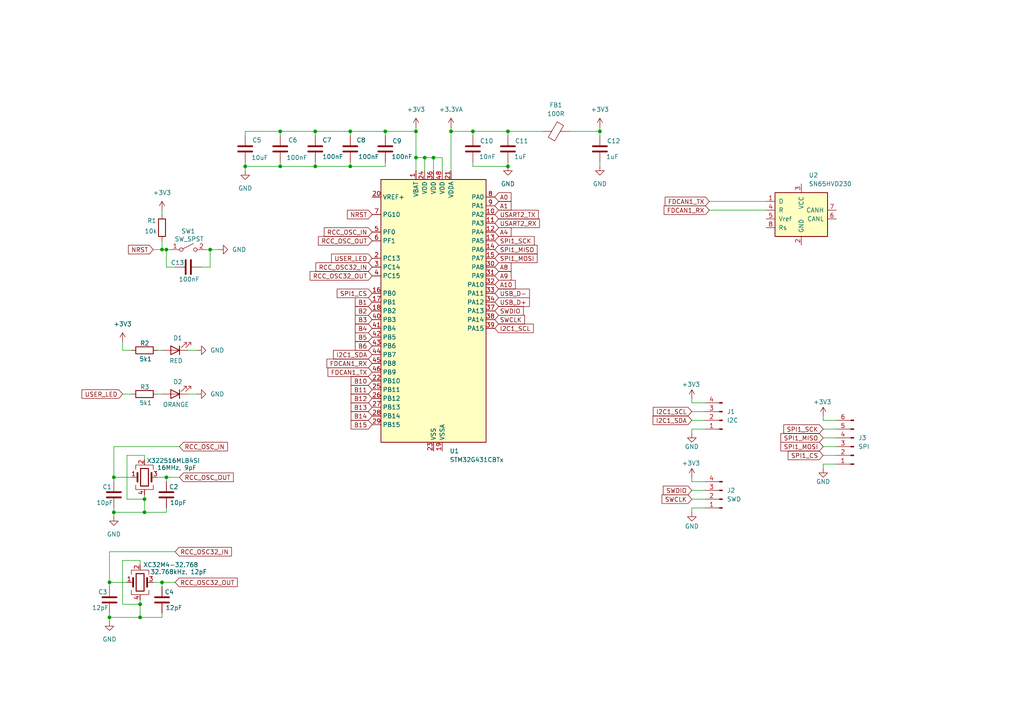
<source format=kicad_sch>
(kicad_sch (version 20250114) (generator "eeschema") (generator_version "9.0")
  (paper "A4")
  (title_block (title "STM32G431C8T6 Dev Module") (date "2025-04-10") (rev "V1.0") (company "Eggsacc"))
  (lib_symbols
    (symbol "Connector:Conn_01x04_Pin" (pin_names (offset 1.016) (hide yes))
      (property "Reference" "J" (at 0 5.08 0))
      (property "Value" "Conn_01x04_Pin" (at 0 -7.62 0))
      (symbol "Conn_01x04_Pin_1_1"
        (rectangle (start 0.8636 2.667) (end 0 2.413) (stroke (width 0.1524)) (fill (type outline)))
        (rectangle (start 0.8636 0.127) (end 0 -0.127) (stroke (width 0.1524)) (fill (type outline)))
        (rectangle (start 0.8636 -2.413) (end 0 -2.667) (stroke (width 0.1524)) (fill (type outline)))
        (rectangle (start 0.8636 -4.953) (end 0 -5.207) (stroke (width 0.1524)) (fill (type outline)))
        (polyline (pts (xy 1.27 2.54) (xy 0.8636 2.54)) (stroke (width 0.1524)))
        (polyline (pts (xy 1.27 0) (xy 0.8636 0)) (stroke (width 0.1524)))
        (polyline (pts (xy 1.27 -2.54) (xy 0.8636 -2.54)) (stroke (width 0.1524)))
        (polyline (pts (xy 1.27 -5.08) (xy 0.8636 -5.08)) (stroke (width 0.1524)))
        (pin passive line (at 5.08 2.54 180) (length 3.81) (name "Pin_1") (number "1"))
        (pin passive line (at 5.08 0 180) (length 3.81) (name "Pin_2") (number "2"))
        (pin passive line (at 5.08 -2.54 180) (length 3.81) (name "Pin_3") (number "3"))
        (pin passive line (at 5.08 -5.08 180) (length 3.81) (name "Pin_4") (number "4"))
      )
    )
    (symbol "Connector:Conn_01x06_Pin" (pin_names (offset 1.016) (hide yes))
      (property "Reference" "J" (at 0 7.62 0))
      (property "Value" "Conn_01x06_Pin" (at 0 -10.16 0))
      (symbol "Conn_01x06_Pin_1_1"
        (rectangle (start 0.8636 5.207) (end 0 4.953) (stroke (width 0.1524)) (fill (type outline)))
        (rectangle (start 0.8636 2.667) (end 0 2.413) (stroke (width 0.1524)) (fill (type outline)))
        (rectangle (start 0.8636 0.127) (end 0 -0.127) (stroke (width 0.1524)) (fill (type outline)))
        (rectangle (start 0.8636 -2.413) (end 0 -2.667) (stroke (width 0.1524)) (fill (type outline)))
        (rectangle (start 0.8636 -4.953) (end 0 -5.207) (stroke (width 0.1524)) (fill (type outline)))
        (rectangle (start 0.8636 -7.493) (end 0 -7.747) (stroke (width 0.1524)) (fill (type outline)))
        (polyline (pts (xy 1.27 5.08) (xy 0.8636 5.08)) (stroke (width 0.1524)))
        (polyline (pts (xy 1.27 2.54) (xy 0.8636 2.54)) (stroke (width 0.1524)))
        (polyline (pts (xy 1.27 0) (xy 0.8636 0)) (stroke (width 0.1524)))
        (polyline (pts (xy 1.27 -2.54) (xy 0.8636 -2.54)) (stroke (width 0.1524)))
        (polyline (pts (xy 1.27 -5.08) (xy 0.8636 -5.08)) (stroke (width 0.1524)))
        (polyline (pts (xy 1.27 -7.62) (xy 0.8636 -7.62)) (stroke (width 0.1524)))
        (pin passive line (at 5.08 5.08 180) (length 3.81) (name "Pin_1") (number "1"))
        (pin passive line (at 5.08 2.54 180) (length 3.81) (name "Pin_2") (number "2"))
        (pin passive line (at 5.08 0 180) (length 3.81) (name "Pin_3") (number "3"))
        (pin passive line (at 5.08 -2.54 180) (length 3.81) (name "Pin_4") (number "4"))
        (pin passive line (at 5.08 -5.08 180) (length 3.81) (name "Pin_5") (number "5"))
        (pin passive line (at 5.08 -7.62 180) (length 3.81) (name "Pin_6") (number "6"))
      )
    )
    (symbol "Device:C" (pin_numbers (hide yes)) (pin_names (offset 0.254))
      (property "Reference" "C" (at 0.635 2.54 0))
      (property "Value" "C" (at 0.635 -2.54 0))
      (symbol "C_0_1"
        (polyline (pts (xy -2.032 0.762) (xy 2.032 0.762)) (stroke (width 0.508)))
        (polyline (pts (xy -2.032 -0.762) (xy 2.032 -0.762)) (stroke (width 0.508)))
      )
      (symbol "C_1_1"
        (pin passive line (at 0 3.81 270) (length 2.794) (name "~") (number "1"))
        (pin passive line (at 0 -3.81 90) (length 2.794) (name "~") (number "2"))
      )
    )
    (symbol "Device:Crystal_GND24" (pin_names (offset 1.016) (hide yes))
      (property "Reference" "Y" (at 3.175 5.08 0))
      (property "Value" "Crystal_GND24" (at 3.175 3.175 0))
      (symbol "Crystal_GND24_0_1"
        (polyline (pts (xy -2.54 2.286) (xy -2.54 3.556) (xy 2.54 3.556) (xy 2.54 2.286)))
        (polyline (pts (xy -2.54 0) (xy -2.032 0)))
        (polyline (pts (xy -2.54 -2.286) (xy -2.54 -3.556) (xy 2.54 -3.556) (xy 2.54 -2.286)))
        (polyline (pts (xy -2.032 -1.27) (xy -2.032 1.27)) (stroke (width 0.508)))
        (rectangle (start -1.143 2.54) (end 1.143 -2.54) (stroke (width 0.3048)))
        (polyline (pts (xy 0 3.556) (xy 0 3.81)))
        (polyline (pts (xy 0 -3.81) (xy 0 -3.556)))
        (polyline (pts (xy 2.032 0) (xy 2.54 0)))
        (polyline (pts (xy 2.032 -1.27) (xy 2.032 1.27)) (stroke (width 0.508)))
      )
      (symbol "Crystal_GND24_1_1"
        (pin passive line (at -3.81 0 0) (length 1.27) (name "1") (number "1"))
        (pin passive line (at 0 5.08 270) (length 1.27) (name "2") (number "2"))
        (pin passive line (at 0 -5.08 90) (length 1.27) (name "4") (number "4"))
        (pin passive line (at 3.81 0 180) (length 1.27) (name "3") (number "3"))
      )
    )
    (symbol "Device:FerriteBead" (pin_numbers (hide yes)) (pin_names (offset 0))
      (property "Reference" "FB" (at -3.81 0.635 90))
      (property "Value" "FerriteBead" (at 3.81 0 90))
      (symbol "FerriteBead_0_1"
        (polyline (pts (xy -2.7686 0.4064) (xy -1.7018 2.2606) (xy 2.7686 -0.3048) (xy 1.6764 -2.159) (xy -2.7686 0.4064)))
        (polyline (pts (xy 0 1.27) (xy 0 1.2954)))
        (polyline (pts (xy 0 -1.27) (xy 0 -1.2192)))
      )
      (symbol "FerriteBead_1_1"
        (pin passive line (at 0 3.81 270) (length 2.54) (name "~") (number "1"))
        (pin passive line (at 0 -3.81 90) (length 2.54) (name "~") (number "2"))
      )
    )
    (symbol "Device:LED" (pin_numbers (hide yes)) (pin_names (offset 1.016) (hide yes))
      (property "Reference" "D" (at 0 2.54 0))
      (property "Value" "LED" (at 0 -2.54 0))
      (symbol "LED_0_1"
        (polyline (pts (xy -3.048 -0.762) (xy -4.572 -2.286) (xy -3.81 -2.286) (xy -4.572 -2.286) (xy -4.572 -1.524)))
        (polyline (pts (xy -1.778 -0.762) (xy -3.302 -2.286) (xy -2.54 -2.286) (xy -3.302 -2.286) (xy -3.302 -1.524)))
        (polyline (pts (xy -1.27 0) (xy 1.27 0)))
        (polyline (pts (xy -1.27 -1.27) (xy -1.27 1.27)) (stroke (width 0.254)))
        (polyline (pts (xy 1.27 -1.27) (xy 1.27 1.27) (xy -1.27 0) (xy 1.27 -1.27)) (stroke (width 0.254)))
      )
      (symbol "LED_1_1"
        (pin passive line (at -3.81 0 0) (length 2.54) (name "K") (number "1"))
        (pin passive line (at 3.81 0 180) (length 2.54) (name "A") (number "2"))
      )
    )
    (symbol "Device:R" (pin_numbers (hide yes)) (pin_names (offset 0))
      (property "Reference" "R" (at 2.032 0 90))
      (property "Value" "R" (at 0 0 90))
      (symbol "R_0_1"
        (rectangle (start -1.016 -2.54) (end 1.016 2.54) (stroke (width 0.254)))
      )
      (symbol "R_1_1"
        (pin passive line (at 0 3.81 270) (length 1.27) (name "~") (number "1"))
        (pin passive line (at 0 -3.81 90) (length 1.27) (name "~") (number "2"))
      )
    )
    (symbol "Interface_CAN_LIN:SN65HVD230" (pin_names (offset 1.016))
      (property "Reference" "U" (at -2.54 10.16 0))
      (property "Value" "SN65HVD230" (at -2.54 7.62 0))
      (symbol "SN65HVD230_0_1"
        (rectangle (start -7.62 5.08) (end 7.62 -7.62) (stroke (width 0.254)) (fill (type background)))
      )
      (symbol "SN65HVD230_1_1"
        (pin input line (at -10.16 2.54 0) (length 2.54) (name "D") (number "1"))
        (pin output line (at -10.16 0 0) (length 2.54) (name "R") (number "4"))
        (pin output line (at -10.16 -2.54 0) (length 2.54) (name "Vref") (number "5"))
        (pin input line (at -10.16 -5.08 0) (length 2.54) (name "Rs") (number "8"))
        (pin power_in line (at 0 7.62 270) (length 2.54) (name "VCC") (number "3"))
        (pin power_in line (at 0 -10.16 90) (length 2.54) (name "GND") (number "2"))
        (pin bidirectional line (at 10.16 0 180) (length 2.54) (name "CANH") (number "7"))
        (pin bidirectional line (at 10.16 -2.54 180) (length 2.54) (name "CANL") (number "6"))
      )
    )
    (symbol "MCU_ST_STM32G4:STM32G431C8Tx"
      (property "Reference" "U" (at -15.24 39.37 0))
      (property "Value" "STM32G431C8Tx" (at 7.62 39.37 0))
      (symbol "STM32G431C8Tx_0_1"
        (rectangle (start -15.24 -38.1) (end 15.24 38.1) (stroke (width 0.254)) (fill (type background)))
      )
      (symbol "STM32G431C8Tx_1_1"
        (pin input line (at -17.78 33.02 0) (length 2.54) (name "VREF+") (number "20"))
        (pin bidirectional line (at -17.78 27.94 0) (length 2.54) (name "PG10") (number "7"))
        (pin bidirectional line (at -17.78 22.86 0) (length 2.54) (name "PF0") (number "5"))
        (pin bidirectional line (at -17.78 20.32 0) (length 2.54) (name "PF1") (number "6"))
        (pin bidirectional line (at -17.78 15.24 0) (length 2.54) (name "PC13") (number "2"))
        (pin bidirectional line (at -17.78 12.7 0) (length 2.54) (name "PC14") (number "3"))
        (pin bidirectional line (at -17.78 10.16 0) (length 2.54) (name "PC15") (number "4"))
        (pin bidirectional line (at -17.78 5.08 0) (length 2.54) (name "PB0") (number "16"))
        (pin bidirectional line (at -17.78 2.54 0) (length 2.54) (name "PB1") (number "17"))
        (pin bidirectional line (at -17.78 0 0) (length 2.54) (name "PB2") (number "18"))
        (pin bidirectional line (at -17.78 -2.54 0) (length 2.54) (name "PB3") (number "40"))
        (pin bidirectional line (at -17.78 -5.08 0) (length 2.54) (name "PB4") (number "41"))
        (pin bidirectional line (at -17.78 -7.62 0) (length 2.54) (name "PB5") (number "42"))
        (pin bidirectional line (at -17.78 -10.16 0) (length 2.54) (name "PB6") (number "43"))
        (pin bidirectional line (at -17.78 -12.7 0) (length 2.54) (name "PB7") (number "44"))
        (pin bidirectional line (at -17.78 -15.24 0) (length 2.54) (name "PB8") (number "45"))
        (pin bidirectional line (at -17.78 -17.78 0) (length 2.54) (name "PB9") (number "46"))
        (pin bidirectional line (at -17.78 -20.32 0) (length 2.54) (name "PB10") (number "22"))
        (pin bidirectional line (at -17.78 -22.86 0) (length 2.54) (name "PB11") (number "25"))
        (pin bidirectional line (at -17.78 -25.4 0) (length 2.54) (name "PB12") (number "26"))
        (pin bidirectional line (at -17.78 -27.94 0) (length 2.54) (name "PB13") (number "27"))
        (pin bidirectional line (at -17.78 -30.48 0) (length 2.54) (name "PB14") (number "28"))
        (pin bidirectional line (at -17.78 -33.02 0) (length 2.54) (name "PB15") (number "29"))
        (pin power_in line (at -5.08 40.64 270) (length 2.54) (name "VBAT") (number "1"))
        (pin power_in line (at -2.54 40.64 270) (length 2.54) (name "VDD") (number "24"))
        (pin power_in line (at 0 40.64 270) (length 2.54) (name "VDD") (number "36"))
        (pin power_in line (at 0 -40.64 90) (length 2.54) (name "VSS") (number "23"))
        (pin passive line (at 0 -40.64 90) (length 2.54) (hide yes) (name "VSS") (number "35"))
        (pin passive line (at 0 -40.64 90) (length 2.54) (hide yes) (name "VSS") (number "47"))
        (pin power_in line (at 2.54 40.64 270) (length 2.54) (name "VDD") (number "48"))
        (pin power_in line (at 2.54 -40.64 90) (length 2.54) (name "VSSA") (number "19"))
        (pin power_in line (at 5.08 40.64 270) (length 2.54) (name "VDDA") (number "21"))
        (pin bidirectional line (at 17.78 33.02 180) (length 2.54) (name "PA0") (number "8"))
        (pin bidirectional line (at 17.78 30.48 180) (length 2.54) (name "PA1") (number "9"))
        (pin bidirectional line (at 17.78 27.94 180) (length 2.54) (name "PA2") (number "10"))
        (pin bidirectional line (at 17.78 25.4 180) (length 2.54) (name "PA3") (number "11"))
        (pin bidirectional line (at 17.78 22.86 180) (length 2.54) (name "PA4") (number "12"))
        (pin bidirectional line (at 17.78 20.32 180) (length 2.54) (name "PA5") (number "13"))
        (pin bidirectional line (at 17.78 17.78 180) (length 2.54) (name "PA6") (number "14"))
        (pin bidirectional line (at 17.78 15.24 180) (length 2.54) (name "PA7") (number "15"))
        (pin bidirectional line (at 17.78 12.7 180) (length 2.54) (name "PA8") (number "30"))
        (pin bidirectional line (at 17.78 10.16 180) (length 2.54) (name "PA9") (number "31"))
        (pin bidirectional line (at 17.78 7.62 180) (length 2.54) (name "PA10") (number "32"))
        (pin bidirectional line (at 17.78 5.08 180) (length 2.54) (name "PA11") (number "33"))
        (pin bidirectional line (at 17.78 2.54 180) (length 2.54) (name "PA12") (number "34"))
        (pin bidirectional line (at 17.78 0 180) (length 2.54) (name "PA13") (number "37"))
        (pin bidirectional line (at 17.78 -2.54 180) (length 2.54) (name "PA14") (number "38"))
        (pin bidirectional line (at 17.78 -5.08 180) (length 2.54) (name "PA15") (number "39"))
      )
    )
    (symbol "Switch:SW_SPST" (pin_names (offset 0) (hide yes))
      (property "Reference" "SW" (at 0 3.175 0))
      (property "Value" "SW_SPST" (at 0 -2.54 0))
      (symbol "SW_SPST_0_0"
        (circle (center -2.032 0) (radius 0.508))
        (polyline (pts (xy -1.524 0.254) (xy 1.524 1.778)))
        (circle (center 2.032 0) (radius 0.508))
      )
      (symbol "SW_SPST_1_1"
        (pin passive line (at -5.08 0 0) (length 2.54) (name "A") (number "1"))
        (pin passive line (at 5.08 0 180) (length 2.54) (name "B") (number "2"))
      )
    )
    (symbol "power:+3.3VA" (power) (pin_numbers (hide yes)) (pin_names (offset 0) (hide yes))
      (property "Value" "+3.3VA" (at 0 3.556 0))
      (symbol "+3.3VA_0_1"
        (polyline (pts (xy -0.762 1.27) (xy 0 2.54)))
        (polyline (pts (xy 0 2.54) (xy 0.762 1.27)))
        (polyline (pts (xy 0 0) (xy 0 2.54)))
      )
      (symbol "+3.3VA_1_1"
        (pin power_in line (at 0 0 90) (length 0) (name "~") (number "1"))
      )
    )
    (symbol "power:+3V3" (power) (pin_numbers (hide yes)) (pin_names (offset 0) (hide yes))
      (property "Value" "+3V3" (at 0 3.556 0))
      (symbol "+3V3_0_1"
        (polyline (pts (xy -0.762 1.27) (xy 0 2.54)))
        (polyline (pts (xy 0 2.54) (xy 0.762 1.27)))
        (polyline (pts (xy 0 0) (xy 0 2.54)))
      )
      (symbol "+3V3_1_1"
        (pin power_in line (at 0 0 90) (length 0) (name "~") (number "1"))
      )
    )
    (symbol "power:GND" (power) (pin_numbers (hide yes)) (pin_names (offset 0) (hide yes))
      (property "Value" "GND" (at 0 -3.81 0))
      (symbol "GND_0_1"
        (polyline (pts (xy 0 0) (xy 0 -1.27) (xy 1.27 -1.27) (xy 0 -2.54) (xy -1.27 -1.27) (xy 0 -1.27)))
      )
      (symbol "GND_1_1"
        (pin power_in line (at 0 0 270) (length 0) (name "~") (number "1"))
      )
    )
  )
  (junction (at 147.32 38.1))
  (junction (at 31.75 168.91))
  (junction (at 130.81 38.1))
  (junction (at 71.12 48.26))
  (junction (at 46.99 72.39))
  (junction (at 60.96 72.39))
  (junction (at 33.02 148.59))
  (junction (at 41.91 148.59))
  (junction (at 81.28 38.1))
  (junction (at 120.65 45.72))
  (junction (at 123.19 45.72))
  (junction (at 173.99 38.1))
  (junction (at 120.65 38.1))
  (junction (at 137.16 38.1))
  (junction (at 147.32 48.26))
  (junction (at 40.64 175.26))
  (junction (at 81.28 48.26))
  (junction (at 31.75 179.07))
  (junction (at 48.26 72.39))
  (junction (at 33.02 138.43))
  (junction (at 91.44 48.26))
  (junction (at 101.6 48.26))
  (junction (at 91.44 38.1))
  (junction (at 46.99 168.91))
  (junction (at 125.73 45.72))
  (junction (at 111.76 38.1))
  (junction (at 40.64 179.07))
  (junction (at 101.6 38.1))
  (junction (at 41.91 144.78))
  (junction (at 48.26 138.43))
  (wire (pts (xy 81.28 38.1) (xy 81.28 39.37)))
  (wire (pts (xy 41.91 144.78) (xy 41.91 148.59)))
  (wire (pts (xy 238.76 121.92) (xy 242.57 121.92)))
  (wire (pts (xy 46.99 179.07) (xy 40.64 179.07)))
  (wire (pts (xy 48.26 148.59) (xy 41.91 148.59)))
  (wire (pts (xy 200.66 115.57) (xy 200.66 116.84)))
  (wire (pts (xy 41.91 133.35) (xy 41.91 132.08)))
  (wire (pts (xy 50.8 160.02) (xy 31.75 160.02)))
  (wire (pts (xy 200.66 121.92) (xy 204.47 121.92)))
  (wire (pts (xy 200.66 116.84) (xy 204.47 116.84)))
  (wire (pts (xy 33.02 138.43) (xy 33.02 139.7)))
  (wire (pts (xy 238.76 132.08) (xy 242.57 132.08)))
  (wire (pts (xy 111.76 38.1) (xy 120.65 38.1)))
  (wire (pts (xy 45.72 114.3) (xy 46.99 114.3)))
  (wire (pts (xy 147.32 46.99) (xy 147.32 48.26)))
  (wire (pts (xy 137.16 46.99) (xy 137.16 48.26)))
  (wire (pts (xy 54.61 114.3) (xy 57.15 114.3)))
  (wire (pts (xy 81.28 38.1) (xy 91.44 38.1)))
  (wire (pts (xy 46.99 168.91) (xy 50.8 168.91)))
  (wire (pts (xy 46.99 60.96) (xy 46.99 62.23)))
  (wire (pts (xy 204.47 147.32) (xy 200.66 147.32)))
  (wire (pts (xy 45.72 101.6) (xy 46.99 101.6)))
  (wire (pts (xy 35.56 175.26) (xy 40.64 175.26)))
  (wire (pts (xy 101.6 38.1) (xy 101.6 39.37)))
  (wire (pts (xy 71.12 38.1) (xy 81.28 38.1)))
  (wire (pts (xy 111.76 48.26) (xy 101.6 48.26)))
  (wire (pts (xy 40.64 162.56) (xy 35.56 162.56)))
  (wire (pts (xy 123.19 45.72) (xy 123.19 49.53)))
  (wire (pts (xy 125.73 45.72) (xy 125.73 49.53)))
  (wire (pts (xy 130.81 38.1) (xy 137.16 38.1)))
  (wire (pts (xy 120.65 36.83) (xy 120.65 38.1)))
  (wire (pts (xy 137.16 38.1) (xy 147.32 38.1)))
  (wire (pts (xy 81.28 46.99) (xy 81.28 48.26)))
  (wire (pts (xy 48.26 77.47) (xy 50.8 77.47)))
  (wire (pts (xy 204.47 124.46) (xy 200.66 124.46)))
  (wire (pts (xy 111.76 38.1) (xy 111.76 39.37)))
  (wire (pts (xy 48.26 72.39) (xy 49.53 72.39)))
  (wire (pts (xy 46.99 168.91) (xy 46.99 170.18)))
  (wire (pts (xy 60.96 72.39) (xy 60.96 77.47)))
  (wire (pts (xy 101.6 48.26) (xy 91.44 48.26)))
  (wire (pts (xy 200.66 142.24) (xy 204.47 142.24)))
  (wire (pts (xy 48.26 72.39) (xy 48.26 77.47)))
  (wire (pts (xy 38.1 138.43) (xy 33.02 138.43)))
  (wire (pts (xy 41.91 148.59) (xy 33.02 148.59)))
  (wire (pts (xy 35.56 101.6) (xy 38.1 101.6)))
  (wire (pts (xy 33.02 129.54) (xy 33.02 138.43)))
  (wire (pts (xy 81.28 48.26) (xy 71.12 48.26)))
  (wire (pts (xy 238.76 134.62) (xy 238.76 135.89)))
  (wire (pts (xy 147.32 38.1) (xy 147.32 39.37)))
  (wire (pts (xy 33.02 147.32) (xy 33.02 148.59)))
  (wire (pts (xy 238.76 127) (xy 242.57 127)))
  (wire (pts (xy 46.99 69.85) (xy 46.99 72.39)))
  (wire (pts (xy 31.75 177.8) (xy 31.75 179.07)))
  (wire (pts (xy 71.12 48.26) (xy 71.12 49.53)))
  (wire (pts (xy 52.07 129.54) (xy 33.02 129.54)))
  (wire (pts (xy 128.27 45.72) (xy 125.73 45.72)))
  (wire (pts (xy 31.75 168.91) (xy 31.75 170.18)))
  (wire (pts (xy 205.74 58.42) (xy 222.25 58.42)))
  (wire (pts (xy 46.99 177.8) (xy 46.99 179.07)))
  (wire (pts (xy 173.99 36.83) (xy 173.99 38.1)))
  (wire (pts (xy 137.16 38.1) (xy 137.16 39.37)))
  (wire (pts (xy 128.27 49.53) (xy 128.27 45.72)))
  (wire (pts (xy 36.83 132.08) (xy 36.83 144.78)))
  (wire (pts (xy 44.45 168.91) (xy 46.99 168.91)))
  (wire (pts (xy 120.65 38.1) (xy 120.65 45.72)))
  (wire (pts (xy 173.99 38.1) (xy 173.99 39.37)))
  (wire (pts (xy 71.12 39.37) (xy 71.12 38.1)))
  (wire (pts (xy 123.19 45.72) (xy 120.65 45.72)))
  (wire (pts (xy 35.56 162.56) (xy 35.56 175.26)))
  (wire (pts (xy 31.75 179.07) (xy 31.75 180.34)))
  (wire (pts (xy 31.75 160.02) (xy 31.75 168.91)))
  (wire (pts (xy 41.91 132.08) (xy 36.83 132.08)))
  (wire (pts (xy 130.81 36.83) (xy 130.81 38.1)))
  (wire (pts (xy 120.65 45.72) (xy 120.65 49.53)))
  (wire (pts (xy 173.99 46.99) (xy 173.99 48.26)))
  (wire (pts (xy 40.64 175.26) (xy 40.64 179.07)))
  (wire (pts (xy 91.44 48.26) (xy 81.28 48.26)))
  (wire (pts (xy 200.66 119.38) (xy 204.47 119.38)))
  (wire (pts (xy 40.64 179.07) (xy 31.75 179.07)))
  (wire (pts (xy 238.76 120.65) (xy 238.76 121.92)))
  (wire (pts (xy 91.44 46.99) (xy 91.44 48.26)))
  (wire (pts (xy 41.91 143.51) (xy 41.91 144.78)))
  (wire (pts (xy 238.76 129.54) (xy 242.57 129.54)))
  (wire (pts (xy 130.81 38.1) (xy 130.81 49.53)))
  (wire (pts (xy 101.6 38.1) (xy 111.76 38.1)))
  (wire (pts (xy 200.66 144.78) (xy 204.47 144.78)))
  (wire (pts (xy 35.56 99.06) (xy 35.56 101.6)))
  (wire (pts (xy 45.72 138.43) (xy 48.26 138.43)))
  (wire (pts (xy 48.26 138.43) (xy 48.26 139.7)))
  (wire (pts (xy 71.12 48.26) (xy 71.12 46.99)))
  (wire (pts (xy 35.56 114.3) (xy 38.1 114.3)))
  (wire (pts (xy 48.26 147.32) (xy 48.26 148.59)))
  (wire (pts (xy 59.69 72.39) (xy 60.96 72.39)))
  (wire (pts (xy 91.44 38.1) (xy 101.6 38.1)))
  (wire (pts (xy 200.66 138.43) (xy 200.66 139.7)))
  (wire (pts (xy 44.45 72.39) (xy 46.99 72.39)))
  (wire (pts (xy 33.02 148.59) (xy 33.02 149.86)))
  (wire (pts (xy 200.66 124.46) (xy 200.66 125.73)))
  (wire (pts (xy 200.66 139.7) (xy 204.47 139.7)))
  (wire (pts (xy 137.16 48.26) (xy 147.32 48.26)))
  (wire (pts (xy 101.6 46.99) (xy 101.6 48.26)))
  (wire (pts (xy 238.76 124.46) (xy 242.57 124.46)))
  (wire (pts (xy 205.74 60.96) (xy 222.25 60.96)))
  (wire (pts (xy 173.99 38.1) (xy 165.1 38.1)))
  (wire (pts (xy 125.73 45.72) (xy 123.19 45.72)))
  (wire (pts (xy 91.44 38.1) (xy 91.44 39.37)))
  (wire (pts (xy 40.64 173.99) (xy 40.64 175.26)))
  (wire (pts (xy 54.61 101.6) (xy 57.15 101.6)))
  (wire (pts (xy 200.66 147.32) (xy 200.66 148.59)))
  (wire (pts (xy 111.76 46.99) (xy 111.76 48.26)))
  (wire (pts (xy 40.64 163.83) (xy 40.64 162.56)))
  (wire (pts (xy 36.83 168.91) (xy 31.75 168.91)))
  (wire (pts (xy 58.42 77.47) (xy 60.96 77.47)))
  (wire (pts (xy 60.96 72.39) (xy 63.5 72.39)))
  (wire (pts (xy 48.26 138.43) (xy 52.07 138.43)))
  (wire (pts (xy 36.83 144.78) (xy 41.91 144.78)))
  (wire (pts (xy 48.26 72.39) (xy 46.99 72.39)))
  (wire (pts (xy 242.57 134.62) (xy 238.76 134.62)))
  (wire (pts (xy 147.32 38.1) (xy 157.48 38.1)))
  (global_label "B3" (shape input) (at 107.95 92.71 180) (property "Intersheetrefs" "${INTERSHEET_REFS}" (effects (hide yes))))
  (global_label "B15" (shape input) (at 107.95 123.19 180) (property "Intersheetrefs" "${INTERSHEET_REFS}" (effects (hide yes))))
  (global_label "SPI1_SCK" (shape input) (at 143.51 69.85 0) (property "Intersheetrefs" "${INTERSHEET_REFS}" (effects (hide yes))))
  (global_label "SPI1_CS" (shape input) (at 107.95 85.09 180) (property "Intersheetrefs" "${INTERSHEET_REFS}" (effects (hide yes))))
  (global_label "USER_LED" (shape input) (at 35.56 114.3 180) (property "Intersheetrefs" "${INTERSHEET_REFS}" (effects (hide yes))))
  (global_label "B4" (shape input) (at 107.95 95.25 180) (property "Intersheetrefs" "${INTERSHEET_REFS}" (effects (hide yes))))
  (global_label "USART2_TX" (shape input) (at 143.51 62.23 0) (property "Intersheetrefs" "${INTERSHEET_REFS}" (effects (hide yes))))
  (global_label "USART2_RX" (shape input) (at 143.51 64.77 0) (property "Intersheetrefs" "${INTERSHEET_REFS}" (effects (hide yes))))
  (global_label "FDCAN1_TX" (shape input) (at 107.95 107.95 180) (property "Intersheetrefs" "${INTERSHEET_REFS}" (effects (hide yes))))
  (global_label "I2C1_SDA" (shape input) (at 107.95 102.87 180) (property "Intersheetrefs" "${INTERSHEET_REFS}" (effects (hide yes))))
  (global_label "USER_LED" (shape input) (at 107.95 74.93 180) (property "Intersheetrefs" "${INTERSHEET_REFS}" (effects (hide yes))))
  (global_label "B12" (shape input) (at 107.95 115.57 180) (property "Intersheetrefs" "${INTERSHEET_REFS}" (effects (hide yes))))
  (global_label "SWCLK" (shape input) (at 200.66 144.78 180) (property "Intersheetrefs" "${INTERSHEET_REFS}" (effects (hide yes))))
  (global_label "USB_D-" (shape input) (at 143.51 85.09 0) (property "Intersheetrefs" "${INTERSHEET_REFS}" (effects (hide yes))))
  (global_label "B1" (shape input) (at 107.95 87.63 180) (property "Intersheetrefs" "${INTERSHEET_REFS}" (effects (hide yes))))
  (global_label "SWDIO" (shape input) (at 143.51 90.17 0) (property "Intersheetrefs" "${INTERSHEET_REFS}" (effects (hide yes))))
  (global_label "B13" (shape input) (at 107.95 118.11 180) (property "Intersheetrefs" "${INTERSHEET_REFS}" (effects (hide yes))))
  (global_label "B11" (shape input) (at 107.95 113.03 180) (property "Intersheetrefs" "${INTERSHEET_REFS}" (effects (hide yes))))
  (global_label "A0" (shape input) (at 143.51 57.15 0) (property "Intersheetrefs" "${INTERSHEET_REFS}" (effects (hide yes))))
  (global_label "SPI1_MISO" (shape input) (at 238.76 127 180) (property "Intersheetrefs" "${INTERSHEET_REFS}" (effects (hide yes))))
  (global_label "RCC_OSC32_OUT" (shape input) (at 107.95 80.01 180) (property "Intersheetrefs" "${INTERSHEET_REFS}" (effects (hide yes))))
  (global_label "FDCAN1_RX" (shape input) (at 107.95 105.41 180) (property "Intersheetrefs" "${INTERSHEET_REFS}" (effects (hide yes))))
  (global_label "RCC_OSC_IN" (shape input) (at 52.07 129.54 0) (property "Intersheetrefs" "${INTERSHEET_REFS}" (effects (hide yes))))
  (global_label "B6" (shape input) (at 107.95 100.33 180) (property "Intersheetrefs" "${INTERSHEET_REFS}" (effects (hide yes))))
  (global_label "RCC_OSC_OUT" (shape input) (at 52.07 138.43 0) (property "Intersheetrefs" "${INTERSHEET_REFS}" (effects (hide yes))))
  (global_label "NRST" (shape input) (at 107.95 62.23 180) (property "Intersheetrefs" "${INTERSHEET_REFS}" (effects (hide yes))))
  (global_label "I2C1_SCL" (shape input) (at 143.51 95.25 0) (property "Intersheetrefs" "${INTERSHEET_REFS}" (effects (hide yes))))
  (global_label "RCC_OSC32_IN" (shape input) (at 107.95 77.47 180) (property "Intersheetrefs" "${INTERSHEET_REFS}" (effects (hide yes))))
  (global_label "SPI1_MISO" (shape input) (at 143.51 72.39 0) (property "Intersheetrefs" "${INTERSHEET_REFS}" (effects (hide yes))))
  (global_label "RCC_OSC32_OUT" (shape input) (at 50.8 168.91 0) (property "Intersheetrefs" "${INTERSHEET_REFS}" (effects (hide yes))))
  (global_label "SPI1_CS" (shape input) (at 238.76 132.08 180) (property "Intersheetrefs" "${INTERSHEET_REFS}" (effects (hide yes))))
  (global_label "A10" (shape input) (at 143.51 82.55 0) (property "Intersheetrefs" "${INTERSHEET_REFS}" (effects (hide yes))))
  (global_label "A8" (shape input) (at 143.51 77.47 0) (property "Intersheetrefs" "${INTERSHEET_REFS}" (effects (hide yes))))
  (global_label "A9" (shape input) (at 143.51 80.01 0) (property "Intersheetrefs" "${INTERSHEET_REFS}" (effects (hide yes))))
  (global_label "I2C1_SCL" (shape input) (at 200.66 119.38 180) (property "Intersheetrefs" "${INTERSHEET_REFS}" (effects (hide yes))))
  (global_label "B2" (shape input) (at 107.95 90.17 180) (property "Intersheetrefs" "${INTERSHEET_REFS}" (effects (hide yes))))
  (global_label "USB_D+" (shape input) (at 143.51 87.63 0) (property "Intersheetrefs" "${INTERSHEET_REFS}" (effects (hide yes))))
  (global_label "A1" (shape input) (at 143.51 59.69 0) (property "Intersheetrefs" "${INTERSHEET_REFS}" (effects (hide yes))))
  (global_label "SPI1_MOSI" (shape input) (at 238.76 129.54 180) (property "Intersheetrefs" "${INTERSHEET_REFS}" (effects (hide yes))))
  (global_label "RCC_OSC_IN" (shape input) (at 107.95 67.31 180) (property "Intersheetrefs" "${INTERSHEET_REFS}" (effects (hide yes))))
  (global_label "B10" (shape input) (at 107.95 110.49 180) (property "Intersheetrefs" "${INTERSHEET_REFS}" (effects (hide yes))))
  (global_label "B14" (shape input) (at 107.95 120.65 180) (property "Intersheetrefs" "${INTERSHEET_REFS}" (effects (hide yes))))
  (global_label "FDCAN1_TX" (shape input) (at 205.74 58.42 180) (property "Intersheetrefs" "${INTERSHEET_REFS}" (effects (hide yes))))
  (global_label "B5" (shape input) (at 107.95 97.79 180) (property "Intersheetrefs" "${INTERSHEET_REFS}" (effects (hide yes))))
  (global_label "FDCAN1_RX" (shape input) (at 205.74 60.96 180) (property "Intersheetrefs" "${INTERSHEET_REFS}" (effects (hide yes))))
  (global_label "SWDIO" (shape input) (at 200.66 142.24 180) (property "Intersheetrefs" "${INTERSHEET_REFS}" (effects (hide yes))))
  (global_label "SWCLK" (shape input) (at 143.51 92.71 0) (property "Intersheetrefs" "${INTERSHEET_REFS}" (effects (hide yes))))
  (global_label "NRST" (shape input) (at 44.45 72.39 180) (property "Intersheetrefs" "${INTERSHEET_REFS}" (effects (hide yes))))
  (global_label "RCC_OSC32_IN" (shape input) (at 50.8 160.02 0) (property "Intersheetrefs" "${INTERSHEET_REFS}" (effects (hide yes))))
  (global_label "I2C1_SDA" (shape input) (at 200.66 121.92 180) (property "Intersheetrefs" "${INTERSHEET_REFS}" (effects (hide yes))))
  (global_label "SPI1_MOSI" (shape input) (at 143.51 74.93 0) (property "Intersheetrefs" "${INTERSHEET_REFS}" (effects (hide yes))))
  (global_label "SPI1_SCK" (shape input) (at 238.76 124.46 180) (property "Intersheetrefs" "${INTERSHEET_REFS}" (effects (hide yes))))
  (global_label "A4" (shape input) (at 143.51 67.31 0) (property "Intersheetrefs" "${INTERSHEET_REFS}" (effects (hide yes))))
  (global_label "RCC_OSC_OUT" (shape input) (at 107.95 69.85 180) (property "Intersheetrefs" "${INTERSHEET_REFS}" (effects (hide yes))))
  (symbol (lib_id "power:GND") (at 238.76 135.89 0) (unit 1)
    (property "Reference" "#PWR020" (effects (hide yes)))
    (property "Value" "GND" (at 240.792 139.7 0) (effects (justify right)))
    (property "Description" "Power symbol creates a global label with name \"GND\" , ground" (effects (hide yes)))
  )
  (symbol (lib_id "power:GND") (at 147.32 48.26 0) (unit 1)
    (property "Reference" "#PWR08" (effects (hide yes)))
    (property "Value" "GND" (at 147.32 53.34 0))
    (property "Description" "Power symbol creates a global label with name \"GND\" , ground" (effects (hide yes)))
  )
  (symbol (lib_id "power:+3.3VA") (at 130.81 36.83 0) (unit 1)
    (property "Reference" "#PWR05" (effects (hide yes)))
    (property "Value" "+3.3VA" (at 130.81 31.75 0))
    (property "Description" "Power symbol creates a global label with name \"+3.3VA\"" (effects (hide yes)))
  )
  (symbol (lib_id "Switch:SW_SPST") (at 54.61 72.39 0) (unit 1)
    (property "Reference" "SW1" (at 54.61 67.056 0))
    (property "Value" "SW_SPST" (at 54.864 69.342 0))
    (property "Description" "Single Pole Single Throw (SPST) switch" (effects (hide yes)))
  )
  (symbol (lib_id "Device:C") (at 147.32 43.18 0) (unit 1)
    (property "Reference" "C11" (at 149.352 40.894 0) (effects (justify left)))
    (property "Value" "1uF" (at 149.098 45.466 0) (effects (justify left)))
    (property "Description" "Unpolarized capacitor" (effects (hide yes)))
  )
  (symbol (lib_id "power:GND") (at 57.15 101.6 90) (unit 1)
    (property "Reference" "#PWR011" (effects (hide yes)))
    (property "Value" "GND" (at 60.96 101.5999 90) (effects (justify right)))
    (property "Description" "Power symbol creates a global label with name \"GND\" , ground" (effects (hide yes)))
  )
  (symbol (lib_id "Device:C") (at 46.99 173.99 0) (unit 1)
    (property "Reference" "C4" (at 47.752 171.704 0) (effects (justify left)))
    (property "Value" "12pF" (at 48.006 176.276 0) (effects (justify left)))
    (property "Description" "Unpolarized capacitor" (effects (hide yes)))
  )
  (symbol (lib_id "Device:C") (at 91.44 43.18 0) (unit 1)
    (property "Reference" "C7" (at 93.472 40.64 0) (effects (justify left)))
    (property "Value" "100nF" (at 93.472 45.466 0) (effects (justify left)))
    (property "Description" "Unpolarized capacitor" (effects (hide yes)))
  )
  (symbol (lib_id "power:GND") (at 200.66 148.59 0) (unit 1)
    (property "Reference" "#PWR017" (effects (hide yes)))
    (property "Value" "GND" (at 200.66 152.654 0))
    (property "Description" "Power symbol creates a global label with name \"GND\" , ground" (effects (hide yes)))
  )
  (symbol (lib_id "Device:LED") (at 50.8 101.6 180) (unit 1)
    (property "Reference" "D1" (at 51.562 98.044 0))
    (property "Value" "RED" (at 51.054 104.648 0))
    (property "Description" "Light emitting diode" (effects (hide yes)))
    (property "Sim.Pins" "1=K 2=A" (effects (hide yes)))
  )
  (symbol (lib_id "Device:C") (at 71.12 43.18 0) (unit 1)
    (property "Reference" "C5" (at 73.152 40.64 0) (effects (justify left)))
    (property "Value" "10uF" (at 72.898 45.72 0) (effects (justify left)))
    (property "Description" "Unpolarized capacitor" (effects (hide yes)))
  )
  (symbol (lib_id "power:+3V3") (at 200.66 115.57 0) (unit 1)
    (property "Reference" "#PWR018" (effects (hide yes)))
    (property "Value" "+3V3" (at 200.406 111.506 0))
    (property "Description" "Power symbol creates a global label with name \"+3V3\"" (effects (hide yes)))
  )
  (symbol (lib_id "power:GND") (at 63.5 72.39 90) (unit 1)
    (property "Reference" "#PWR09" (effects (hide yes)))
    (property "Value" "GND" (at 67.31 72.3899 90) (effects (justify right)))
    (property "Description" "Power symbol creates a global label with name \"GND\" , ground" (effects (hide yes)))
  )
  (symbol (lib_id "Device:C") (at 111.76 43.18 0) (unit 1)
    (property "Reference" "C9" (at 113.792 40.894 0) (effects (justify left)))
    (property "Value" "100nF" (at 113.538 45.466 0) (effects (justify left)))
    (property "Description" "Unpolarized capacitor" (effects (hide yes)))
  )
  (symbol (lib_id "Interface_CAN_LIN:SN65HVD230") (at 232.41 60.96 0) (unit 1)
    (property "Reference" "U2" (at 234.5533 50.8 0) (effects (justify left)))
    (property "Value" "SN65HVD230" (at 234.5533 53.34 0) (effects (justify left)))
    (property "Footprint" "Package_SO:SOIC-8_3.9x4.9mm_P1.27mm" (effects (hide yes)))
    (property "Datasheet" "http://www.ti.com/lit/ds/symlink/sn65hvd230.pdf" (effects (hide yes)))
    (property "Description" "CAN Bus Transceivers, 3.3V, 1Mbps, Low-Power capabilities, SOIC-8" (effects (hide yes)))
  )
  (symbol (lib_id "Device:Crystal_GND24") (at 41.91 138.43 0) (unit 1)
    (property "Reference" "X322516MLB4SI" (at 50.292 133.604 0))
    (property "Value" "16MHz, 9pF" (at 51.308 135.636 0))
    (property "Description" "Four pin crystal, GND on pins 2 and 4" (effects (hide yes)))
  )
  (symbol (lib_id "power:+3V3") (at 120.65 36.83 0) (unit 1)
    (property "Reference" "#PWR04" (effects (hide yes)))
    (property "Value" "+3V3" (at 120.65 31.75 0))
    (property "Description" "Power symbol creates a global label with name \"+3V3\"" (effects (hide yes)))
  )
  (symbol (lib_id "power:+3V3") (at 238.76 120.65 0) (unit 1)
    (property "Reference" "#PWR019" (effects (hide yes)))
    (property "Value" "+3V3" (at 238.506 116.586 0))
    (property "Description" "Power symbol creates a global label with name \"+3V3\"" (effects (hide yes)))
  )
  (symbol (lib_id "Device:C") (at 33.02 143.51 0) (unit 1)
    (property "Reference" "C1" (at 29.718 141.224 0) (effects (justify left)))
    (property "Value" "10pF" (at 27.94 145.796 0) (effects (justify left)))
    (property "Description" "Unpolarized capacitor" (effects (hide yes)))
  )
  (symbol (lib_id "Device:FerriteBead") (at 161.29 38.1 90) (unit 1)
    (property "Reference" "FB1" (at 161.2392 30.48 90))
    (property "Value" "100R" (at 161.2392 33.02 90))
    (property "Description" "Ferrite bead" (effects (hide yes)))
  )
  (symbol (lib_id "Connector:Conn_01x06_Pin") (at 247.65 129.54 180) (unit 1)
    (property "Reference" "J3" (at 248.92 126.9999 0) (effects (justify right)))
    (property "Value" "SPI" (at 248.92 129.5399 0) (effects (justify right)))
    (property "Description" "Generic connector, single row, 01x06, script generated" (effects (hide yes)))
  )
  (symbol (lib_id "Device:C") (at 81.28 43.18 0) (unit 1)
    (property "Reference" "C6" (at 83.566 40.64 0) (effects (justify left)))
    (property "Value" "100nF" (at 83.058 45.72 0) (effects (justify left)))
    (property "Description" "Unpolarized capacitor" (effects (hide yes)))
  )
  (symbol (lib_id "Device:C") (at 101.6 43.18 0) (unit 1)
    (property "Reference" "C8" (at 103.378 40.64 0) (effects (justify left)))
    (property "Value" "100nF" (at 103.886 45.466 0) (effects (justify left)))
    (property "Description" "Unpolarized capacitor" (effects (hide yes)))
  )
  (symbol (lib_id "Device:C") (at 173.99 43.18 0) (unit 1)
    (property "Reference" "C12" (at 176.022 40.894 0) (effects (justify left)))
    (property "Value" "1uF" (at 175.768 45.466 0) (effects (justify left)))
    (property "Description" "Unpolarized capacitor" (effects (hide yes)))
  )
  (symbol (lib_id "power:GND") (at 200.66 125.73 0) (unit 1)
    (property "Reference" "#PWR015" (effects (hide yes)))
    (property "Value" "GND" (at 202.692 129.54 0) (effects (justify right)))
    (property "Description" "Power symbol creates a global label with name \"GND\" , ground" (effects (hide yes)))
  )
  (symbol (lib_id "Device:R") (at 46.99 66.04 0) (unit 1)
    (property "Reference" "R1" (at 42.672 64.008 0) (effects (justify left)))
    (property "Value" "10k" (at 41.91 67.056 0) (effects (justify left)))
    (property "Description" "Resistor" (effects (hide yes)))
  )
  (symbol (lib_id "Device:LED") (at 50.8 114.3 180) (unit 1)
    (property "Reference" "D2" (at 51.562 110.744 0))
    (property "Value" "ORANGE" (at 51.054 117.348 0))
    (property "Description" "Light emitting diode" (effects (hide yes)))
    (property "Sim.Pins" "1=K 2=A" (effects (hide yes)))
  )
  (symbol (lib_id "Device:C") (at 48.26 143.51 0) (unit 1)
    (property "Reference" "C2" (at 49.022 141.224 0) (effects (justify left)))
    (property "Value" "10pF" (at 49.276 145.796 0) (effects (justify left)))
    (property "Description" "Unpolarized capacitor" (effects (hide yes)))
  )
  (symbol (lib_id "Device:R") (at 41.91 101.6 270) (unit 1)
    (property "Reference" "R2" (at 40.64 99.568 90) (effects (justify left)))
    (property "Value" "5k1" (at 40.386 104.14 90) (effects (justify left)))
    (property "Description" "Resistor" (effects (hide yes)))
  )
  (symbol (lib_id "Device:R") (at 41.91 114.3 270) (unit 1)
    (property "Reference" "R3" (at 40.64 112.268 90) (effects (justify left)))
    (property "Value" "5k1" (at 40.386 116.84 90) (effects (justify left)))
    (property "Description" "Resistor" (effects (hide yes)))
  )
  (symbol (lib_id "power:GND") (at 173.99 48.26 0) (unit 1)
    (property "Reference" "#PWR07" (effects (hide yes)))
    (property "Value" "GND" (at 173.99 53.34 0))
    (property "Description" "Power symbol creates a global label with name \"GND\" , ground" (effects (hide yes)))
  )
  (symbol (lib_id "MCU_ST_STM32G4:STM32G431C8Tx") (at 125.73 90.17 0) (unit 1)
    (property "Reference" "U1" (at 130.4133 130.81 0) (effects (justify left)))
    (property "Value" "STM32G431CBTx" (at 130.4133 133.35 0) (effects (justify left)))
    (property "Footprint" "Package_QFP:LQFP-48_7x7mm_P0.5mm" (effects (hide yes)))
    (property "Datasheet" "https://www.st.com/resource/en/datasheet/stm32g431c8.pdf" (effects (hide yes)))
    (property "Description" "STMicroelectronics Arm Cortex-M4 MCU, 64KB flash, 32KB RAM, 170 MHz, 1.71-3.6V, 38 GPIO, LQFP48" (effects (hide yes)))
  )
  (symbol (lib_id "Device:Crystal_GND24") (at 40.64 168.91 0) (unit 1)
    (property "Reference" "XC32M4-32.768" (at 49.53 163.83 0))
    (property "Value" "32.768kHz, 12pF" (at 51.816 165.862 0))
    (property "Description" "Four pin crystal, GND on pins 2 and 4" (effects (hide yes)))
  )
  (symbol (lib_id "power:+3V3") (at 173.99 36.83 0) (unit 1)
    (property "Reference" "#PWR06" (effects (hide yes)))
    (property "Value" "+3V3" (at 173.99 31.75 0))
    (property "Description" "Power symbol creates a global label with name \"+3V3\"" (effects (hide yes)))
  )
  (symbol (lib_id "Connector:Conn_01x04_Pin") (at 209.55 144.78 180) (unit 1)
    (property "Reference" "J2" (at 210.82 142.2399 0) (effects (justify right)))
    (property "Value" "SWD" (at 210.82 144.7799 0) (effects (justify right)))
    (property "Description" "Generic connector, single row, 01x04, script generated" (effects (hide yes)))
  )
  (symbol (lib_id "Device:C") (at 137.16 43.18 0) (unit 1)
    (property "Reference" "C10" (at 139.192 40.894 0) (effects (justify left)))
    (property "Value" "10nF" (at 138.938 45.466 0) (effects (justify left)))
    (property "Description" "Unpolarized capacitor" (effects (hide yes)))
  )
  (symbol (lib_id "Device:C") (at 31.75 173.99 0) (unit 1)
    (property "Reference" "C3" (at 28.448 171.704 0) (effects (justify left)))
    (property "Value" "12pF" (at 26.67 176.276 0) (effects (justify left)))
    (property "Description" "Unpolarized capacitor" (effects (hide yes)))
  )
  (symbol (lib_id "power:GND") (at 57.15 114.3 90) (unit 1)
    (property "Reference" "#PWR014" (effects (hide yes)))
    (property "Value" "GND" (at 60.96 114.2999 90) (effects (justify right)))
    (property "Description" "Power symbol creates a global label with name \"GND\" , ground" (effects (hide yes)))
  )
  (symbol (lib_id "power:+3V3") (at 46.99 60.96 0) (unit 1)
    (property "Reference" "#PWR010" (effects (hide yes)))
    (property "Value" "+3V3" (at 46.99 55.88 0))
    (property "Description" "Power symbol creates a global label with name \"+3V3\"" (effects (hide yes)))
  )
  (symbol (lib_id "Device:C") (at 54.61 77.47 270) (unit 1)
    (property "Reference" "C13" (at 49.53 76.2 90) (effects (justify left)))
    (property "Value" "100nF" (at 51.816 81.026 90) (effects (justify left)))
    (property "Description" "Unpolarized capacitor" (effects (hide yes)))
  )
  (symbol (lib_id "Connector:Conn_01x04_Pin") (at 209.55 121.92 180) (unit 1)
    (property "Reference" "J1" (at 210.82 119.3799 0) (effects (justify right)))
    (property "Value" "I2C" (at 210.82 121.9199 0) (effects (justify right)))
    (property "Description" "Generic connector, single row, 01x04, script generated" (effects (hide yes)))
  )
  (symbol (lib_id "power:+3V3") (at 200.66 138.43 0) (unit 1)
    (property "Reference" "#PWR016" (effects (hide yes)))
    (property "Value" "+3V3" (at 200.406 134.366 0))
    (property "Description" "Power symbol creates a global label with name \"+3V3\"" (effects (hide yes)))
  )
  (symbol (lib_id "power:GND") (at 33.02 149.86 0) (unit 1)
    (property "Reference" "#PWR01" (effects (hide yes)))
    (property "Value" "GND" (at 33.02 154.94 0))
    (property "Description" "Power symbol creates a global label with name \"GND\" , ground" (effects (hide yes)))
  )
  (symbol (lib_id "power:+3V3") (at 35.56 99.06 0) (unit 1)
    (property "Reference" "#PWR012" (effects (hide yes)))
    (property "Value" "+3V3" (at 35.56 93.98 0))
    (property "Description" "Power symbol creates a global label with name \"+3V3\"" (effects (hide yes)))
  )
  (symbol (lib_id "power:GND") (at 71.12 49.53 0) (unit 1)
    (property "Reference" "#PWR03" (effects (hide yes)))
    (property "Value" "GND" (at 71.12 54.61 0))
    (property "Description" "Power symbol creates a global label with name \"GND\" , ground" (effects (hide yes)))
  )
  (symbol (lib_id "power:GND") (at 31.75 180.34 0) (unit 1)
    (property "Reference" "#PWR02" (effects (hide yes)))
    (property "Value" "GND" (at 31.75 185.42 0))
    (property "Description" "Power symbol creates a global label with name \"GND\" , ground" (effects (hide yes)))
  )
)
</source>
